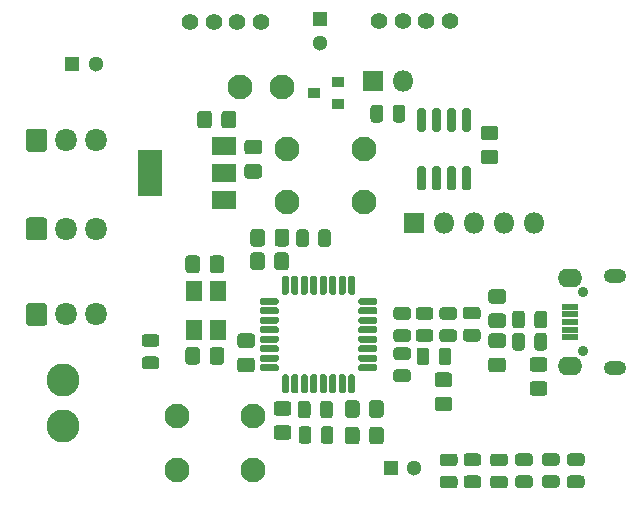
<source format=gbr>
%TF.GenerationSoftware,KiCad,Pcbnew,(5.1.6)-1*%
%TF.CreationDate,2021-06-25T13:52:16+02:00*%
%TF.ProjectId,sensor-v2-board,73656e73-6f72-42d7-9632-2d626f617264,rev?*%
%TF.SameCoordinates,Original*%
%TF.FileFunction,Soldermask,Top*%
%TF.FilePolarity,Negative*%
%FSLAX46Y46*%
G04 Gerber Fmt 4.6, Leading zero omitted, Abs format (unit mm)*
G04 Created by KiCad (PCBNEW (5.1.6)-1) date 2021-06-25 13:52:16*
%MOMM*%
%LPD*%
G01*
G04 APERTURE LIST*
%ADD10R,1.400000X0.550000*%
%ADD11O,2.100000X1.550000*%
%ADD12O,1.900000X1.250000*%
%ADD13O,0.900000X0.900000*%
%ADD14C,2.800000*%
%ADD15R,2.100000X3.900000*%
%ADD16R,2.100000X1.600000*%
%ADD17R,1.000000X0.900000*%
%ADD18O,1.800000X1.950000*%
%ADD19C,1.408000*%
%ADD20R,1.800000X1.800000*%
%ADD21O,1.800000X1.800000*%
%ADD22C,2.100000*%
%ADD23C,1.300000*%
%ADD24R,1.300000X1.300000*%
%ADD25R,1.400000X1.700000*%
G04 APERTURE END LIST*
D10*
%TO.C,J8*%
X160375000Y-128175000D03*
X160375000Y-127525000D03*
X160375000Y-126875000D03*
X160375000Y-126225000D03*
X160375000Y-125575000D03*
D11*
X160425000Y-130600000D03*
X160425000Y-123150000D03*
D12*
X164225000Y-130750000D03*
X164225000Y-123000000D03*
D13*
X161475000Y-129375000D03*
X161475000Y-124375000D03*
%TD*%
D14*
%TO.C,J4*%
X117500000Y-131770000D03*
X117500000Y-135730000D03*
%TD*%
%TO.C,R13*%
G36*
G01*
X145718750Y-130900000D02*
X146681250Y-130900000D01*
G75*
G02*
X146950000Y-131168750I0J-268750D01*
G01*
X146950000Y-131706250D01*
G75*
G02*
X146681250Y-131975000I-268750J0D01*
G01*
X145718750Y-131975000D01*
G75*
G02*
X145450000Y-131706250I0J268750D01*
G01*
X145450000Y-131168750D01*
G75*
G02*
X145718750Y-130900000I268750J0D01*
G01*
G37*
G36*
G01*
X145718750Y-129025000D02*
X146681250Y-129025000D01*
G75*
G02*
X146950000Y-129293750I0J-268750D01*
G01*
X146950000Y-129831250D01*
G75*
G02*
X146681250Y-130100000I-268750J0D01*
G01*
X145718750Y-130100000D01*
G75*
G02*
X145450000Y-129831250I0J268750D01*
G01*
X145450000Y-129293750D01*
G75*
G02*
X145718750Y-129025000I268750J0D01*
G01*
G37*
%TD*%
%TO.C,R12*%
G36*
G01*
X146681250Y-126700000D02*
X145718750Y-126700000D01*
G75*
G02*
X145450000Y-126431250I0J268750D01*
G01*
X145450000Y-125893750D01*
G75*
G02*
X145718750Y-125625000I268750J0D01*
G01*
X146681250Y-125625000D01*
G75*
G02*
X146950000Y-125893750I0J-268750D01*
G01*
X146950000Y-126431250D01*
G75*
G02*
X146681250Y-126700000I-268750J0D01*
G01*
G37*
G36*
G01*
X146681250Y-128575000D02*
X145718750Y-128575000D01*
G75*
G02*
X145450000Y-128306250I0J268750D01*
G01*
X145450000Y-127768750D01*
G75*
G02*
X145718750Y-127500000I268750J0D01*
G01*
X146681250Y-127500000D01*
G75*
G02*
X146950000Y-127768750I0J-268750D01*
G01*
X146950000Y-128306250D01*
G75*
G02*
X146681250Y-128575000I-268750J0D01*
G01*
G37*
%TD*%
%TO.C,R10*%
G36*
G01*
X155525000Y-127156250D02*
X155525000Y-126193750D01*
G75*
G02*
X155793750Y-125925000I268750J0D01*
G01*
X156331250Y-125925000D01*
G75*
G02*
X156600000Y-126193750I0J-268750D01*
G01*
X156600000Y-127156250D01*
G75*
G02*
X156331250Y-127425000I-268750J0D01*
G01*
X155793750Y-127425000D01*
G75*
G02*
X155525000Y-127156250I0J268750D01*
G01*
G37*
G36*
G01*
X157400000Y-127156250D02*
X157400000Y-126193750D01*
G75*
G02*
X157668750Y-125925000I268750J0D01*
G01*
X158206250Y-125925000D01*
G75*
G02*
X158475000Y-126193750I0J-268750D01*
G01*
X158475000Y-127156250D01*
G75*
G02*
X158206250Y-127425000I-268750J0D01*
G01*
X157668750Y-127425000D01*
G75*
G02*
X157400000Y-127156250I0J268750D01*
G01*
G37*
%TD*%
D15*
%TO.C,U1*%
X124850000Y-114250000D03*
D16*
X131150000Y-114250000D03*
X131150000Y-111950000D03*
X131150000Y-116550000D03*
%TD*%
%TO.C,C1*%
G36*
G01*
X130100000Y-109271738D02*
X130100000Y-110228262D01*
G75*
G02*
X129828262Y-110500000I-271738J0D01*
G01*
X129121738Y-110500000D01*
G75*
G02*
X128850000Y-110228262I0J271738D01*
G01*
X128850000Y-109271738D01*
G75*
G02*
X129121738Y-109000000I271738J0D01*
G01*
X129828262Y-109000000D01*
G75*
G02*
X130100000Y-109271738I0J-271738D01*
G01*
G37*
G36*
G01*
X132150000Y-109271738D02*
X132150000Y-110228262D01*
G75*
G02*
X131878262Y-110500000I-271738J0D01*
G01*
X131171738Y-110500000D01*
G75*
G02*
X130900000Y-110228262I0J271738D01*
G01*
X130900000Y-109271738D01*
G75*
G02*
X131171738Y-109000000I271738J0D01*
G01*
X131878262Y-109000000D01*
G75*
G02*
X132150000Y-109271738I0J-271738D01*
G01*
G37*
%TD*%
%TO.C,C4*%
G36*
G01*
X134078262Y-112700000D02*
X133121738Y-112700000D01*
G75*
G02*
X132850000Y-112428262I0J271738D01*
G01*
X132850000Y-111721738D01*
G75*
G02*
X133121738Y-111450000I271738J0D01*
G01*
X134078262Y-111450000D01*
G75*
G02*
X134350000Y-111721738I0J-271738D01*
G01*
X134350000Y-112428262D01*
G75*
G02*
X134078262Y-112700000I-271738J0D01*
G01*
G37*
G36*
G01*
X134078262Y-114750000D02*
X133121738Y-114750000D01*
G75*
G02*
X132850000Y-114478262I0J271738D01*
G01*
X132850000Y-113771738D01*
G75*
G02*
X133121738Y-113500000I271738J0D01*
G01*
X134078262Y-113500000D01*
G75*
G02*
X134350000Y-113771738I0J-271738D01*
G01*
X134350000Y-114478262D01*
G75*
G02*
X134078262Y-114750000I-271738J0D01*
G01*
G37*
%TD*%
%TO.C,C6*%
G36*
G01*
X127850000Y-122478262D02*
X127850000Y-121521738D01*
G75*
G02*
X128121738Y-121250000I271738J0D01*
G01*
X128828262Y-121250000D01*
G75*
G02*
X129100000Y-121521738I0J-271738D01*
G01*
X129100000Y-122478262D01*
G75*
G02*
X128828262Y-122750000I-271738J0D01*
G01*
X128121738Y-122750000D01*
G75*
G02*
X127850000Y-122478262I0J271738D01*
G01*
G37*
G36*
G01*
X129900000Y-122478262D02*
X129900000Y-121521738D01*
G75*
G02*
X130171738Y-121250000I271738J0D01*
G01*
X130878262Y-121250000D01*
G75*
G02*
X131150000Y-121521738I0J-271738D01*
G01*
X131150000Y-122478262D01*
G75*
G02*
X130878262Y-122750000I-271738J0D01*
G01*
X130171738Y-122750000D01*
G75*
G02*
X129900000Y-122478262I0J271738D01*
G01*
G37*
%TD*%
%TO.C,C7*%
G36*
G01*
X129100000Y-129271738D02*
X129100000Y-130228262D01*
G75*
G02*
X128828262Y-130500000I-271738J0D01*
G01*
X128121738Y-130500000D01*
G75*
G02*
X127850000Y-130228262I0J271738D01*
G01*
X127850000Y-129271738D01*
G75*
G02*
X128121738Y-129000000I271738J0D01*
G01*
X128828262Y-129000000D01*
G75*
G02*
X129100000Y-129271738I0J-271738D01*
G01*
G37*
G36*
G01*
X131150000Y-129271738D02*
X131150000Y-130228262D01*
G75*
G02*
X130878262Y-130500000I-271738J0D01*
G01*
X130171738Y-130500000D01*
G75*
G02*
X129900000Y-130228262I0J271738D01*
G01*
X129900000Y-129271738D01*
G75*
G02*
X130171738Y-129000000I271738J0D01*
G01*
X130878262Y-129000000D01*
G75*
G02*
X131150000Y-129271738I0J-271738D01*
G01*
G37*
%TD*%
%TO.C,C8*%
G36*
G01*
X136553262Y-134825000D02*
X135596738Y-134825000D01*
G75*
G02*
X135325000Y-134553262I0J271738D01*
G01*
X135325000Y-133846738D01*
G75*
G02*
X135596738Y-133575000I271738J0D01*
G01*
X136553262Y-133575000D01*
G75*
G02*
X136825000Y-133846738I0J-271738D01*
G01*
X136825000Y-134553262D01*
G75*
G02*
X136553262Y-134825000I-271738J0D01*
G01*
G37*
G36*
G01*
X136553262Y-136875000D02*
X135596738Y-136875000D01*
G75*
G02*
X135325000Y-136603262I0J271738D01*
G01*
X135325000Y-135896738D01*
G75*
G02*
X135596738Y-135625000I271738J0D01*
G01*
X136553262Y-135625000D01*
G75*
G02*
X136825000Y-135896738I0J-271738D01*
G01*
X136825000Y-136603262D01*
G75*
G02*
X136553262Y-136875000I-271738J0D01*
G01*
G37*
%TD*%
%TO.C,C9*%
G36*
G01*
X154078262Y-113550000D02*
X153121738Y-113550000D01*
G75*
G02*
X152850000Y-113278262I0J271738D01*
G01*
X152850000Y-112571738D01*
G75*
G02*
X153121738Y-112300000I271738J0D01*
G01*
X154078262Y-112300000D01*
G75*
G02*
X154350000Y-112571738I0J-271738D01*
G01*
X154350000Y-113278262D01*
G75*
G02*
X154078262Y-113550000I-271738J0D01*
G01*
G37*
G36*
G01*
X154078262Y-111500000D02*
X153121738Y-111500000D01*
G75*
G02*
X152850000Y-111228262I0J271738D01*
G01*
X152850000Y-110521738D01*
G75*
G02*
X153121738Y-110250000I271738J0D01*
G01*
X154078262Y-110250000D01*
G75*
G02*
X154350000Y-110521738I0J-271738D01*
G01*
X154350000Y-111228262D01*
G75*
G02*
X154078262Y-111500000I-271738J0D01*
G01*
G37*
%TD*%
%TO.C,C10*%
G36*
G01*
X133325000Y-122228262D02*
X133325000Y-121271738D01*
G75*
G02*
X133596738Y-121000000I271738J0D01*
G01*
X134303262Y-121000000D01*
G75*
G02*
X134575000Y-121271738I0J-271738D01*
G01*
X134575000Y-122228262D01*
G75*
G02*
X134303262Y-122500000I-271738J0D01*
G01*
X133596738Y-122500000D01*
G75*
G02*
X133325000Y-122228262I0J271738D01*
G01*
G37*
G36*
G01*
X135375000Y-122228262D02*
X135375000Y-121271738D01*
G75*
G02*
X135646738Y-121000000I271738J0D01*
G01*
X136353262Y-121000000D01*
G75*
G02*
X136625000Y-121271738I0J-271738D01*
G01*
X136625000Y-122228262D01*
G75*
G02*
X136353262Y-122500000I-271738J0D01*
G01*
X135646738Y-122500000D01*
G75*
G02*
X135375000Y-122228262I0J271738D01*
G01*
G37*
%TD*%
%TO.C,C11*%
G36*
G01*
X142600000Y-133771738D02*
X142600000Y-134728262D01*
G75*
G02*
X142328262Y-135000000I-271738J0D01*
G01*
X141621738Y-135000000D01*
G75*
G02*
X141350000Y-134728262I0J271738D01*
G01*
X141350000Y-133771738D01*
G75*
G02*
X141621738Y-133500000I271738J0D01*
G01*
X142328262Y-133500000D01*
G75*
G02*
X142600000Y-133771738I0J-271738D01*
G01*
G37*
G36*
G01*
X144650000Y-133771738D02*
X144650000Y-134728262D01*
G75*
G02*
X144378262Y-135000000I-271738J0D01*
G01*
X143671738Y-135000000D01*
G75*
G02*
X143400000Y-134728262I0J271738D01*
G01*
X143400000Y-133771738D01*
G75*
G02*
X143671738Y-133500000I271738J0D01*
G01*
X144378262Y-133500000D01*
G75*
G02*
X144650000Y-133771738I0J-271738D01*
G01*
G37*
%TD*%
%TO.C,C12*%
G36*
G01*
X133350000Y-120228262D02*
X133350000Y-119271738D01*
G75*
G02*
X133621738Y-119000000I271738J0D01*
G01*
X134328262Y-119000000D01*
G75*
G02*
X134600000Y-119271738I0J-271738D01*
G01*
X134600000Y-120228262D01*
G75*
G02*
X134328262Y-120500000I-271738J0D01*
G01*
X133621738Y-120500000D01*
G75*
G02*
X133350000Y-120228262I0J271738D01*
G01*
G37*
G36*
G01*
X135400000Y-120228262D02*
X135400000Y-119271738D01*
G75*
G02*
X135671738Y-119000000I271738J0D01*
G01*
X136378262Y-119000000D01*
G75*
G02*
X136650000Y-119271738I0J-271738D01*
G01*
X136650000Y-120228262D01*
G75*
G02*
X136378262Y-120500000I-271738J0D01*
G01*
X135671738Y-120500000D01*
G75*
G02*
X135400000Y-120228262I0J271738D01*
G01*
G37*
%TD*%
%TO.C,C13*%
G36*
G01*
X132521738Y-129900000D02*
X133478262Y-129900000D01*
G75*
G02*
X133750000Y-130171738I0J-271738D01*
G01*
X133750000Y-130878262D01*
G75*
G02*
X133478262Y-131150000I-271738J0D01*
G01*
X132521738Y-131150000D01*
G75*
G02*
X132250000Y-130878262I0J271738D01*
G01*
X132250000Y-130171738D01*
G75*
G02*
X132521738Y-129900000I271738J0D01*
G01*
G37*
G36*
G01*
X132521738Y-127850000D02*
X133478262Y-127850000D01*
G75*
G02*
X133750000Y-128121738I0J-271738D01*
G01*
X133750000Y-128828262D01*
G75*
G02*
X133478262Y-129100000I-271738J0D01*
G01*
X132521738Y-129100000D01*
G75*
G02*
X132250000Y-128828262I0J271738D01*
G01*
X132250000Y-128121738D01*
G75*
G02*
X132521738Y-127850000I271738J0D01*
G01*
G37*
%TD*%
%TO.C,C14*%
G36*
G01*
X144650000Y-136021738D02*
X144650000Y-136978262D01*
G75*
G02*
X144378262Y-137250000I-271738J0D01*
G01*
X143671738Y-137250000D01*
G75*
G02*
X143400000Y-136978262I0J271738D01*
G01*
X143400000Y-136021738D01*
G75*
G02*
X143671738Y-135750000I271738J0D01*
G01*
X144378262Y-135750000D01*
G75*
G02*
X144650000Y-136021738I0J-271738D01*
G01*
G37*
G36*
G01*
X142600000Y-136021738D02*
X142600000Y-136978262D01*
G75*
G02*
X142328262Y-137250000I-271738J0D01*
G01*
X141621738Y-137250000D01*
G75*
G02*
X141350000Y-136978262I0J271738D01*
G01*
X141350000Y-136021738D01*
G75*
G02*
X141621738Y-135750000I271738J0D01*
G01*
X142328262Y-135750000D01*
G75*
G02*
X142600000Y-136021738I0J-271738D01*
G01*
G37*
%TD*%
%TO.C,C15*%
G36*
G01*
X157271738Y-131900000D02*
X158228262Y-131900000D01*
G75*
G02*
X158500000Y-132171738I0J-271738D01*
G01*
X158500000Y-132878262D01*
G75*
G02*
X158228262Y-133150000I-271738J0D01*
G01*
X157271738Y-133150000D01*
G75*
G02*
X157000000Y-132878262I0J271738D01*
G01*
X157000000Y-132171738D01*
G75*
G02*
X157271738Y-131900000I271738J0D01*
G01*
G37*
G36*
G01*
X157271738Y-129850000D02*
X158228262Y-129850000D01*
G75*
G02*
X158500000Y-130121738I0J-271738D01*
G01*
X158500000Y-130828262D01*
G75*
G02*
X158228262Y-131100000I-271738J0D01*
G01*
X157271738Y-131100000D01*
G75*
G02*
X157000000Y-130828262I0J271738D01*
G01*
X157000000Y-130121738D01*
G75*
G02*
X157271738Y-129850000I271738J0D01*
G01*
G37*
%TD*%
%TO.C,C16*%
G36*
G01*
X149221738Y-131150000D02*
X150178262Y-131150000D01*
G75*
G02*
X150450000Y-131421738I0J-271738D01*
G01*
X150450000Y-132128262D01*
G75*
G02*
X150178262Y-132400000I-271738J0D01*
G01*
X149221738Y-132400000D01*
G75*
G02*
X148950000Y-132128262I0J271738D01*
G01*
X148950000Y-131421738D01*
G75*
G02*
X149221738Y-131150000I271738J0D01*
G01*
G37*
G36*
G01*
X149221738Y-133200000D02*
X150178262Y-133200000D01*
G75*
G02*
X150450000Y-133471738I0J-271738D01*
G01*
X150450000Y-134178262D01*
G75*
G02*
X150178262Y-134450000I-271738J0D01*
G01*
X149221738Y-134450000D01*
G75*
G02*
X148950000Y-134178262I0J271738D01*
G01*
X148950000Y-133471738D01*
G75*
G02*
X149221738Y-133200000I271738J0D01*
G01*
G37*
%TD*%
%TO.C,C17*%
G36*
G01*
X153771738Y-129900000D02*
X154728262Y-129900000D01*
G75*
G02*
X155000000Y-130171738I0J-271738D01*
G01*
X155000000Y-130878262D01*
G75*
G02*
X154728262Y-131150000I-271738J0D01*
G01*
X153771738Y-131150000D01*
G75*
G02*
X153500000Y-130878262I0J271738D01*
G01*
X153500000Y-130171738D01*
G75*
G02*
X153771738Y-129900000I271738J0D01*
G01*
G37*
G36*
G01*
X153771738Y-127850000D02*
X154728262Y-127850000D01*
G75*
G02*
X155000000Y-128121738I0J-271738D01*
G01*
X155000000Y-128828262D01*
G75*
G02*
X154728262Y-129100000I-271738J0D01*
G01*
X153771738Y-129100000D01*
G75*
G02*
X153500000Y-128828262I0J271738D01*
G01*
X153500000Y-128121738D01*
G75*
G02*
X153771738Y-127850000I271738J0D01*
G01*
G37*
%TD*%
%TO.C,C18*%
G36*
G01*
X154728262Y-127400000D02*
X153771738Y-127400000D01*
G75*
G02*
X153500000Y-127128262I0J271738D01*
G01*
X153500000Y-126421738D01*
G75*
G02*
X153771738Y-126150000I271738J0D01*
G01*
X154728262Y-126150000D01*
G75*
G02*
X155000000Y-126421738I0J-271738D01*
G01*
X155000000Y-127128262D01*
G75*
G02*
X154728262Y-127400000I-271738J0D01*
G01*
G37*
G36*
G01*
X154728262Y-125350000D02*
X153771738Y-125350000D01*
G75*
G02*
X153500000Y-125078262I0J271738D01*
G01*
X153500000Y-124371738D01*
G75*
G02*
X153771738Y-124100000I271738J0D01*
G01*
X154728262Y-124100000D01*
G75*
G02*
X155000000Y-124371738I0J-271738D01*
G01*
X155000000Y-125078262D01*
G75*
G02*
X154728262Y-125350000I-271738J0D01*
G01*
G37*
%TD*%
%TO.C,5VP*%
G36*
G01*
X149668750Y-138025000D02*
X150631250Y-138025000D01*
G75*
G02*
X150900000Y-138293750I0J-268750D01*
G01*
X150900000Y-138831250D01*
G75*
G02*
X150631250Y-139100000I-268750J0D01*
G01*
X149668750Y-139100000D01*
G75*
G02*
X149400000Y-138831250I0J268750D01*
G01*
X149400000Y-138293750D01*
G75*
G02*
X149668750Y-138025000I268750J0D01*
G01*
G37*
G36*
G01*
X149668750Y-139900000D02*
X150631250Y-139900000D01*
G75*
G02*
X150900000Y-140168750I0J-268750D01*
G01*
X150900000Y-140706250D01*
G75*
G02*
X150631250Y-140975000I-268750J0D01*
G01*
X149668750Y-140975000D01*
G75*
G02*
X149400000Y-140706250I0J268750D01*
G01*
X149400000Y-140168750D01*
G75*
G02*
X149668750Y-139900000I268750J0D01*
G01*
G37*
%TD*%
%TO.C,5V*%
G36*
G01*
X153918750Y-139900000D02*
X154881250Y-139900000D01*
G75*
G02*
X155150000Y-140168750I0J-268750D01*
G01*
X155150000Y-140706250D01*
G75*
G02*
X154881250Y-140975000I-268750J0D01*
G01*
X153918750Y-140975000D01*
G75*
G02*
X153650000Y-140706250I0J268750D01*
G01*
X153650000Y-140168750D01*
G75*
G02*
X153918750Y-139900000I268750J0D01*
G01*
G37*
G36*
G01*
X153918750Y-138025000D02*
X154881250Y-138025000D01*
G75*
G02*
X155150000Y-138293750I0J-268750D01*
G01*
X155150000Y-138831250D01*
G75*
G02*
X154881250Y-139100000I-268750J0D01*
G01*
X153918750Y-139100000D01*
G75*
G02*
X153650000Y-138831250I0J268750D01*
G01*
X153650000Y-138293750D01*
G75*
G02*
X153918750Y-138025000I268750J0D01*
G01*
G37*
%TD*%
%TO.C,3V3*%
G36*
G01*
X159261251Y-140935000D02*
X158298751Y-140935000D01*
G75*
G02*
X158030001Y-140666250I0J268750D01*
G01*
X158030001Y-140128750D01*
G75*
G02*
X158298751Y-139860000I268750J0D01*
G01*
X159261251Y-139860000D01*
G75*
G02*
X159530001Y-140128750I0J-268750D01*
G01*
X159530001Y-140666250D01*
G75*
G02*
X159261251Y-140935000I-268750J0D01*
G01*
G37*
G36*
G01*
X159261251Y-139060000D02*
X158298751Y-139060000D01*
G75*
G02*
X158030001Y-138791250I0J268750D01*
G01*
X158030001Y-138253750D01*
G75*
G02*
X158298751Y-137985000I268750J0D01*
G01*
X159261251Y-137985000D01*
G75*
G02*
X159530001Y-138253750I0J-268750D01*
G01*
X159530001Y-138791250D01*
G75*
G02*
X159261251Y-139060000I-268750J0D01*
G01*
G37*
%TD*%
%TO.C,TEST*%
G36*
G01*
X139250000Y-134781250D02*
X139250000Y-133818750D01*
G75*
G02*
X139518750Y-133550000I268750J0D01*
G01*
X140056250Y-133550000D01*
G75*
G02*
X140325000Y-133818750I0J-268750D01*
G01*
X140325000Y-134781250D01*
G75*
G02*
X140056250Y-135050000I-268750J0D01*
G01*
X139518750Y-135050000D01*
G75*
G02*
X139250000Y-134781250I0J268750D01*
G01*
G37*
G36*
G01*
X137375000Y-134781250D02*
X137375000Y-133818750D01*
G75*
G02*
X137643750Y-133550000I268750J0D01*
G01*
X138181250Y-133550000D01*
G75*
G02*
X138450000Y-133818750I0J-268750D01*
G01*
X138450000Y-134781250D01*
G75*
G02*
X138181250Y-135050000I-268750J0D01*
G01*
X137643750Y-135050000D01*
G75*
G02*
X137375000Y-134781250I0J268750D01*
G01*
G37*
%TD*%
D17*
%TO.C,D5*%
X140750000Y-108450000D03*
X140750000Y-106550000D03*
X138750000Y-107500000D03*
%TD*%
%TO.C,RX*%
G36*
G01*
X148581250Y-128575000D02*
X147618750Y-128575000D01*
G75*
G02*
X147350000Y-128306250I0J268750D01*
G01*
X147350000Y-127768750D01*
G75*
G02*
X147618750Y-127500000I268750J0D01*
G01*
X148581250Y-127500000D01*
G75*
G02*
X148850000Y-127768750I0J-268750D01*
G01*
X148850000Y-128306250D01*
G75*
G02*
X148581250Y-128575000I-268750J0D01*
G01*
G37*
G36*
G01*
X148581250Y-126700000D02*
X147618750Y-126700000D01*
G75*
G02*
X147350000Y-126431250I0J268750D01*
G01*
X147350000Y-125893750D01*
G75*
G02*
X147618750Y-125625000I268750J0D01*
G01*
X148581250Y-125625000D01*
G75*
G02*
X148850000Y-125893750I0J-268750D01*
G01*
X148850000Y-126431250D01*
G75*
G02*
X148581250Y-126700000I-268750J0D01*
G01*
G37*
%TD*%
%TO.C,TX*%
G36*
G01*
X150581250Y-126700000D02*
X149618750Y-126700000D01*
G75*
G02*
X149350000Y-126431250I0J268750D01*
G01*
X149350000Y-125893750D01*
G75*
G02*
X149618750Y-125625000I268750J0D01*
G01*
X150581250Y-125625000D01*
G75*
G02*
X150850000Y-125893750I0J-268750D01*
G01*
X150850000Y-126431250D01*
G75*
G02*
X150581250Y-126700000I-268750J0D01*
G01*
G37*
G36*
G01*
X150581250Y-128575000D02*
X149618750Y-128575000D01*
G75*
G02*
X149350000Y-128306250I0J268750D01*
G01*
X149350000Y-127768750D01*
G75*
G02*
X149618750Y-127500000I268750J0D01*
G01*
X150581250Y-127500000D01*
G75*
G02*
X150850000Y-127768750I0J-268750D01*
G01*
X150850000Y-128306250D01*
G75*
G02*
X150581250Y-128575000I-268750J0D01*
G01*
G37*
%TD*%
%TO.C,J1*%
G36*
G01*
X114350000Y-119710294D02*
X114350000Y-118289706D01*
G75*
G02*
X114614706Y-118025000I264706J0D01*
G01*
X115885294Y-118025000D01*
G75*
G02*
X116150000Y-118289706I0J-264706D01*
G01*
X116150000Y-119710294D01*
G75*
G02*
X115885294Y-119975000I-264706J0D01*
G01*
X114614706Y-119975000D01*
G75*
G02*
X114350000Y-119710294I0J264706D01*
G01*
G37*
D18*
X117750000Y-119000000D03*
X120250000Y-119000000D03*
%TD*%
%TO.C,J2*%
G36*
G01*
X114350000Y-112210294D02*
X114350000Y-110789706D01*
G75*
G02*
X114614706Y-110525000I264706J0D01*
G01*
X115885294Y-110525000D01*
G75*
G02*
X116150000Y-110789706I0J-264706D01*
G01*
X116150000Y-112210294D01*
G75*
G02*
X115885294Y-112475000I-264706J0D01*
G01*
X114614706Y-112475000D01*
G75*
G02*
X114350000Y-112210294I0J264706D01*
G01*
G37*
X117750000Y-111500000D03*
X120250000Y-111500000D03*
%TD*%
%TO.C,J3*%
X120250000Y-126250000D03*
X117750000Y-126250000D03*
G36*
G01*
X114350000Y-126960294D02*
X114350000Y-125539706D01*
G75*
G02*
X114614706Y-125275000I264706J0D01*
G01*
X115885294Y-125275000D01*
G75*
G02*
X116150000Y-125539706I0J-264706D01*
G01*
X116150000Y-126960294D01*
G75*
G02*
X115885294Y-127225000I-264706J0D01*
G01*
X114614706Y-127225000D01*
G75*
G02*
X114350000Y-126960294I0J264706D01*
G01*
G37*
%TD*%
D19*
%TO.C,J5*%
X128250000Y-101500000D03*
X130250000Y-101500000D03*
X132250000Y-101500000D03*
X134250000Y-101500000D03*
%TD*%
%TO.C,J6*%
X150250000Y-101400000D03*
X148250000Y-101400000D03*
X146250000Y-101400000D03*
X144250000Y-101400000D03*
%TD*%
D20*
%TO.C,SWD*%
X147170000Y-118500000D03*
D21*
X149710000Y-118500000D03*
X152250000Y-118500000D03*
X154790000Y-118500000D03*
X157330000Y-118500000D03*
%TD*%
D20*
%TO.C,120*%
X143750000Y-106500000D03*
D21*
X146290000Y-106500000D03*
%TD*%
%TO.C,R1*%
G36*
G01*
X152631250Y-140955000D02*
X151668750Y-140955000D01*
G75*
G02*
X151400000Y-140686250I0J268750D01*
G01*
X151400000Y-140148750D01*
G75*
G02*
X151668750Y-139880000I268750J0D01*
G01*
X152631250Y-139880000D01*
G75*
G02*
X152900000Y-140148750I0J-268750D01*
G01*
X152900000Y-140686250D01*
G75*
G02*
X152631250Y-140955000I-268750J0D01*
G01*
G37*
G36*
G01*
X152631250Y-139080000D02*
X151668750Y-139080000D01*
G75*
G02*
X151400000Y-138811250I0J268750D01*
G01*
X151400000Y-138273750D01*
G75*
G02*
X151668750Y-138005000I268750J0D01*
G01*
X152631250Y-138005000D01*
G75*
G02*
X152900000Y-138273750I0J-268750D01*
G01*
X152900000Y-138811250D01*
G75*
G02*
X152631250Y-139080000I-268750J0D01*
G01*
G37*
%TD*%
%TO.C,R2*%
G36*
G01*
X156996251Y-139080000D02*
X156033751Y-139080000D01*
G75*
G02*
X155765001Y-138811250I0J268750D01*
G01*
X155765001Y-138273750D01*
G75*
G02*
X156033751Y-138005000I268750J0D01*
G01*
X156996251Y-138005000D01*
G75*
G02*
X157265001Y-138273750I0J-268750D01*
G01*
X157265001Y-138811250D01*
G75*
G02*
X156996251Y-139080000I-268750J0D01*
G01*
G37*
G36*
G01*
X156996251Y-140955000D02*
X156033751Y-140955000D01*
G75*
G02*
X155765001Y-140686250I0J268750D01*
G01*
X155765001Y-140148750D01*
G75*
G02*
X156033751Y-139880000I268750J0D01*
G01*
X156996251Y-139880000D01*
G75*
G02*
X157265001Y-140148750I0J-268750D01*
G01*
X157265001Y-140686250D01*
G75*
G02*
X156996251Y-140955000I-268750J0D01*
G01*
G37*
%TD*%
%TO.C,R3*%
G36*
G01*
X160418750Y-138005000D02*
X161381250Y-138005000D01*
G75*
G02*
X161650000Y-138273750I0J-268750D01*
G01*
X161650000Y-138811250D01*
G75*
G02*
X161381250Y-139080000I-268750J0D01*
G01*
X160418750Y-139080000D01*
G75*
G02*
X160150000Y-138811250I0J268750D01*
G01*
X160150000Y-138273750D01*
G75*
G02*
X160418750Y-138005000I268750J0D01*
G01*
G37*
G36*
G01*
X160418750Y-139880000D02*
X161381250Y-139880000D01*
G75*
G02*
X161650000Y-140148750I0J-268750D01*
G01*
X161650000Y-140686250D01*
G75*
G02*
X161381250Y-140955000I-268750J0D01*
G01*
X160418750Y-140955000D01*
G75*
G02*
X160150000Y-140686250I0J268750D01*
G01*
X160150000Y-140148750D01*
G75*
G02*
X160418750Y-139880000I268750J0D01*
G01*
G37*
%TD*%
%TO.C,R4*%
G36*
G01*
X138300000Y-119318750D02*
X138300000Y-120281250D01*
G75*
G02*
X138031250Y-120550000I-268750J0D01*
G01*
X137493750Y-120550000D01*
G75*
G02*
X137225000Y-120281250I0J268750D01*
G01*
X137225000Y-119318750D01*
G75*
G02*
X137493750Y-119050000I268750J0D01*
G01*
X138031250Y-119050000D01*
G75*
G02*
X138300000Y-119318750I0J-268750D01*
G01*
G37*
G36*
G01*
X140175000Y-119318750D02*
X140175000Y-120281250D01*
G75*
G02*
X139906250Y-120550000I-268750J0D01*
G01*
X139368750Y-120550000D01*
G75*
G02*
X139100000Y-120281250I0J268750D01*
G01*
X139100000Y-119318750D01*
G75*
G02*
X139368750Y-119050000I268750J0D01*
G01*
X139906250Y-119050000D01*
G75*
G02*
X140175000Y-119318750I0J-268750D01*
G01*
G37*
%TD*%
%TO.C,R5*%
G36*
G01*
X146475000Y-108768750D02*
X146475000Y-109731250D01*
G75*
G02*
X146206250Y-110000000I-268750J0D01*
G01*
X145668750Y-110000000D01*
G75*
G02*
X145400000Y-109731250I0J268750D01*
G01*
X145400000Y-108768750D01*
G75*
G02*
X145668750Y-108500000I268750J0D01*
G01*
X146206250Y-108500000D01*
G75*
G02*
X146475000Y-108768750I0J-268750D01*
G01*
G37*
G36*
G01*
X144600000Y-108768750D02*
X144600000Y-109731250D01*
G75*
G02*
X144331250Y-110000000I-268750J0D01*
G01*
X143793750Y-110000000D01*
G75*
G02*
X143525000Y-109731250I0J268750D01*
G01*
X143525000Y-108768750D01*
G75*
G02*
X143793750Y-108500000I268750J0D01*
G01*
X144331250Y-108500000D01*
G75*
G02*
X144600000Y-108768750I0J-268750D01*
G01*
G37*
%TD*%
%TO.C,R6*%
G36*
G01*
X125381250Y-129000000D02*
X124418750Y-129000000D01*
G75*
G02*
X124150000Y-128731250I0J268750D01*
G01*
X124150000Y-128193750D01*
G75*
G02*
X124418750Y-127925000I268750J0D01*
G01*
X125381250Y-127925000D01*
G75*
G02*
X125650000Y-128193750I0J-268750D01*
G01*
X125650000Y-128731250D01*
G75*
G02*
X125381250Y-129000000I-268750J0D01*
G01*
G37*
G36*
G01*
X125381250Y-130875000D02*
X124418750Y-130875000D01*
G75*
G02*
X124150000Y-130606250I0J268750D01*
G01*
X124150000Y-130068750D01*
G75*
G02*
X124418750Y-129800000I268750J0D01*
G01*
X125381250Y-129800000D01*
G75*
G02*
X125650000Y-130068750I0J-268750D01*
G01*
X125650000Y-130606250D01*
G75*
G02*
X125381250Y-130875000I-268750J0D01*
G01*
G37*
%TD*%
%TO.C,R7*%
G36*
G01*
X137440001Y-136946251D02*
X137440001Y-135983751D01*
G75*
G02*
X137708751Y-135715001I268750J0D01*
G01*
X138246251Y-135715001D01*
G75*
G02*
X138515001Y-135983751I0J-268750D01*
G01*
X138515001Y-136946251D01*
G75*
G02*
X138246251Y-137215001I-268750J0D01*
G01*
X137708751Y-137215001D01*
G75*
G02*
X137440001Y-136946251I0J268750D01*
G01*
G37*
G36*
G01*
X139315001Y-136946251D02*
X139315001Y-135983751D01*
G75*
G02*
X139583751Y-135715001I268750J0D01*
G01*
X140121251Y-135715001D01*
G75*
G02*
X140390001Y-135983751I0J-268750D01*
G01*
X140390001Y-136946251D01*
G75*
G02*
X140121251Y-137215001I-268750J0D01*
G01*
X139583751Y-137215001D01*
G75*
G02*
X139315001Y-136946251I0J268750D01*
G01*
G37*
%TD*%
%TO.C,R8*%
G36*
G01*
X157400000Y-129031250D02*
X157400000Y-128068750D01*
G75*
G02*
X157668750Y-127800000I268750J0D01*
G01*
X158206250Y-127800000D01*
G75*
G02*
X158475000Y-128068750I0J-268750D01*
G01*
X158475000Y-129031250D01*
G75*
G02*
X158206250Y-129300000I-268750J0D01*
G01*
X157668750Y-129300000D01*
G75*
G02*
X157400000Y-129031250I0J268750D01*
G01*
G37*
G36*
G01*
X155525000Y-129031250D02*
X155525000Y-128068750D01*
G75*
G02*
X155793750Y-127800000I268750J0D01*
G01*
X156331250Y-127800000D01*
G75*
G02*
X156600000Y-128068750I0J-268750D01*
G01*
X156600000Y-129031250D01*
G75*
G02*
X156331250Y-129300000I-268750J0D01*
G01*
X155793750Y-129300000D01*
G75*
G02*
X155525000Y-129031250I0J268750D01*
G01*
G37*
%TD*%
%TO.C,R9*%
G36*
G01*
X148500000Y-129318750D02*
X148500000Y-130281250D01*
G75*
G02*
X148231250Y-130550000I-268750J0D01*
G01*
X147693750Y-130550000D01*
G75*
G02*
X147425000Y-130281250I0J268750D01*
G01*
X147425000Y-129318750D01*
G75*
G02*
X147693750Y-129050000I268750J0D01*
G01*
X148231250Y-129050000D01*
G75*
G02*
X148500000Y-129318750I0J-268750D01*
G01*
G37*
G36*
G01*
X150375000Y-129318750D02*
X150375000Y-130281250D01*
G75*
G02*
X150106250Y-130550000I-268750J0D01*
G01*
X149568750Y-130550000D01*
G75*
G02*
X149300000Y-130281250I0J268750D01*
G01*
X149300000Y-129318750D01*
G75*
G02*
X149568750Y-129050000I268750J0D01*
G01*
X150106250Y-129050000D01*
G75*
G02*
X150375000Y-129318750I0J-268750D01*
G01*
G37*
%TD*%
%TO.C,R11*%
G36*
G01*
X152581250Y-128537500D02*
X151618750Y-128537500D01*
G75*
G02*
X151350000Y-128268750I0J268750D01*
G01*
X151350000Y-127731250D01*
G75*
G02*
X151618750Y-127462500I268750J0D01*
G01*
X152581250Y-127462500D01*
G75*
G02*
X152850000Y-127731250I0J-268750D01*
G01*
X152850000Y-128268750D01*
G75*
G02*
X152581250Y-128537500I-268750J0D01*
G01*
G37*
G36*
G01*
X152581250Y-126662500D02*
X151618750Y-126662500D01*
G75*
G02*
X151350000Y-126393750I0J268750D01*
G01*
X151350000Y-125856250D01*
G75*
G02*
X151618750Y-125587500I268750J0D01*
G01*
X152581250Y-125587500D01*
G75*
G02*
X152850000Y-125856250I0J-268750D01*
G01*
X152850000Y-126393750D01*
G75*
G02*
X152581250Y-126662500I-268750J0D01*
G01*
G37*
%TD*%
D22*
%TO.C,RESET*%
X127100000Y-139375000D03*
X127100000Y-134875000D03*
X133600000Y-139375000D03*
X133600000Y-134875000D03*
%TD*%
%TO.C,BOOT*%
X142950000Y-112250000D03*
X142950000Y-116750000D03*
X136450000Y-112250000D03*
X136450000Y-116750000D03*
%TD*%
%TO.C,CANH*%
X132500000Y-107000000D03*
%TD*%
%TO.C,CANL*%
X136000000Y-107000000D03*
%TD*%
%TO.C,U2*%
G36*
G01*
X148020000Y-115750000D02*
X147670000Y-115750000D01*
G75*
G02*
X147495000Y-115575000I0J175000D01*
G01*
X147495000Y-113875000D01*
G75*
G02*
X147670000Y-113700000I175000J0D01*
G01*
X148020000Y-113700000D01*
G75*
G02*
X148195000Y-113875000I0J-175000D01*
G01*
X148195000Y-115575000D01*
G75*
G02*
X148020000Y-115750000I-175000J0D01*
G01*
G37*
G36*
G01*
X149290000Y-115750000D02*
X148940000Y-115750000D01*
G75*
G02*
X148765000Y-115575000I0J175000D01*
G01*
X148765000Y-113875000D01*
G75*
G02*
X148940000Y-113700000I175000J0D01*
G01*
X149290000Y-113700000D01*
G75*
G02*
X149465000Y-113875000I0J-175000D01*
G01*
X149465000Y-115575000D01*
G75*
G02*
X149290000Y-115750000I-175000J0D01*
G01*
G37*
G36*
G01*
X150560000Y-115750000D02*
X150210000Y-115750000D01*
G75*
G02*
X150035000Y-115575000I0J175000D01*
G01*
X150035000Y-113875000D01*
G75*
G02*
X150210000Y-113700000I175000J0D01*
G01*
X150560000Y-113700000D01*
G75*
G02*
X150735000Y-113875000I0J-175000D01*
G01*
X150735000Y-115575000D01*
G75*
G02*
X150560000Y-115750000I-175000J0D01*
G01*
G37*
G36*
G01*
X151830000Y-115750000D02*
X151480000Y-115750000D01*
G75*
G02*
X151305000Y-115575000I0J175000D01*
G01*
X151305000Y-113875000D01*
G75*
G02*
X151480000Y-113700000I175000J0D01*
G01*
X151830000Y-113700000D01*
G75*
G02*
X152005000Y-113875000I0J-175000D01*
G01*
X152005000Y-115575000D01*
G75*
G02*
X151830000Y-115750000I-175000J0D01*
G01*
G37*
G36*
G01*
X151830000Y-110800000D02*
X151480000Y-110800000D01*
G75*
G02*
X151305000Y-110625000I0J175000D01*
G01*
X151305000Y-108925000D01*
G75*
G02*
X151480000Y-108750000I175000J0D01*
G01*
X151830000Y-108750000D01*
G75*
G02*
X152005000Y-108925000I0J-175000D01*
G01*
X152005000Y-110625000D01*
G75*
G02*
X151830000Y-110800000I-175000J0D01*
G01*
G37*
G36*
G01*
X150560000Y-110800000D02*
X150210000Y-110800000D01*
G75*
G02*
X150035000Y-110625000I0J175000D01*
G01*
X150035000Y-108925000D01*
G75*
G02*
X150210000Y-108750000I175000J0D01*
G01*
X150560000Y-108750000D01*
G75*
G02*
X150735000Y-108925000I0J-175000D01*
G01*
X150735000Y-110625000D01*
G75*
G02*
X150560000Y-110800000I-175000J0D01*
G01*
G37*
G36*
G01*
X149290000Y-110800000D02*
X148940000Y-110800000D01*
G75*
G02*
X148765000Y-110625000I0J175000D01*
G01*
X148765000Y-108925000D01*
G75*
G02*
X148940000Y-108750000I175000J0D01*
G01*
X149290000Y-108750000D01*
G75*
G02*
X149465000Y-108925000I0J-175000D01*
G01*
X149465000Y-110625000D01*
G75*
G02*
X149290000Y-110800000I-175000J0D01*
G01*
G37*
G36*
G01*
X148020000Y-110800000D02*
X147670000Y-110800000D01*
G75*
G02*
X147495000Y-110625000I0J175000D01*
G01*
X147495000Y-108925000D01*
G75*
G02*
X147670000Y-108750000I175000J0D01*
G01*
X148020000Y-108750000D01*
G75*
G02*
X148195000Y-108925000I0J-175000D01*
G01*
X148195000Y-110625000D01*
G75*
G02*
X148020000Y-110800000I-175000J0D01*
G01*
G37*
%TD*%
%TO.C,U3*%
G36*
G01*
X134150000Y-125300000D02*
X134150000Y-125000000D01*
G75*
G02*
X134300000Y-124850000I150000J0D01*
G01*
X135600000Y-124850000D01*
G75*
G02*
X135750000Y-125000000I0J-150000D01*
G01*
X135750000Y-125300000D01*
G75*
G02*
X135600000Y-125450000I-150000J0D01*
G01*
X134300000Y-125450000D01*
G75*
G02*
X134150000Y-125300000I0J150000D01*
G01*
G37*
G36*
G01*
X134150000Y-126100000D02*
X134150000Y-125800000D01*
G75*
G02*
X134300000Y-125650000I150000J0D01*
G01*
X135600000Y-125650000D01*
G75*
G02*
X135750000Y-125800000I0J-150000D01*
G01*
X135750000Y-126100000D01*
G75*
G02*
X135600000Y-126250000I-150000J0D01*
G01*
X134300000Y-126250000D01*
G75*
G02*
X134150000Y-126100000I0J150000D01*
G01*
G37*
G36*
G01*
X134150000Y-126900000D02*
X134150000Y-126600000D01*
G75*
G02*
X134300000Y-126450000I150000J0D01*
G01*
X135600000Y-126450000D01*
G75*
G02*
X135750000Y-126600000I0J-150000D01*
G01*
X135750000Y-126900000D01*
G75*
G02*
X135600000Y-127050000I-150000J0D01*
G01*
X134300000Y-127050000D01*
G75*
G02*
X134150000Y-126900000I0J150000D01*
G01*
G37*
G36*
G01*
X134150000Y-127700000D02*
X134150000Y-127400000D01*
G75*
G02*
X134300000Y-127250000I150000J0D01*
G01*
X135600000Y-127250000D01*
G75*
G02*
X135750000Y-127400000I0J-150000D01*
G01*
X135750000Y-127700000D01*
G75*
G02*
X135600000Y-127850000I-150000J0D01*
G01*
X134300000Y-127850000D01*
G75*
G02*
X134150000Y-127700000I0J150000D01*
G01*
G37*
G36*
G01*
X134150000Y-128500000D02*
X134150000Y-128200000D01*
G75*
G02*
X134300000Y-128050000I150000J0D01*
G01*
X135600000Y-128050000D01*
G75*
G02*
X135750000Y-128200000I0J-150000D01*
G01*
X135750000Y-128500000D01*
G75*
G02*
X135600000Y-128650000I-150000J0D01*
G01*
X134300000Y-128650000D01*
G75*
G02*
X134150000Y-128500000I0J150000D01*
G01*
G37*
G36*
G01*
X134150000Y-129300000D02*
X134150000Y-129000000D01*
G75*
G02*
X134300000Y-128850000I150000J0D01*
G01*
X135600000Y-128850000D01*
G75*
G02*
X135750000Y-129000000I0J-150000D01*
G01*
X135750000Y-129300000D01*
G75*
G02*
X135600000Y-129450000I-150000J0D01*
G01*
X134300000Y-129450000D01*
G75*
G02*
X134150000Y-129300000I0J150000D01*
G01*
G37*
G36*
G01*
X134150000Y-130100000D02*
X134150000Y-129800000D01*
G75*
G02*
X134300000Y-129650000I150000J0D01*
G01*
X135600000Y-129650000D01*
G75*
G02*
X135750000Y-129800000I0J-150000D01*
G01*
X135750000Y-130100000D01*
G75*
G02*
X135600000Y-130250000I-150000J0D01*
G01*
X134300000Y-130250000D01*
G75*
G02*
X134150000Y-130100000I0J150000D01*
G01*
G37*
G36*
G01*
X134150000Y-130900000D02*
X134150000Y-130600000D01*
G75*
G02*
X134300000Y-130450000I150000J0D01*
G01*
X135600000Y-130450000D01*
G75*
G02*
X135750000Y-130600000I0J-150000D01*
G01*
X135750000Y-130900000D01*
G75*
G02*
X135600000Y-131050000I-150000J0D01*
G01*
X134300000Y-131050000D01*
G75*
G02*
X134150000Y-130900000I0J150000D01*
G01*
G37*
G36*
G01*
X136025000Y-132775000D02*
X136025000Y-131475000D01*
G75*
G02*
X136175000Y-131325000I150000J0D01*
G01*
X136475000Y-131325000D01*
G75*
G02*
X136625000Y-131475000I0J-150000D01*
G01*
X136625000Y-132775000D01*
G75*
G02*
X136475000Y-132925000I-150000J0D01*
G01*
X136175000Y-132925000D01*
G75*
G02*
X136025000Y-132775000I0J150000D01*
G01*
G37*
G36*
G01*
X136825000Y-132775000D02*
X136825000Y-131475000D01*
G75*
G02*
X136975000Y-131325000I150000J0D01*
G01*
X137275000Y-131325000D01*
G75*
G02*
X137425000Y-131475000I0J-150000D01*
G01*
X137425000Y-132775000D01*
G75*
G02*
X137275000Y-132925000I-150000J0D01*
G01*
X136975000Y-132925000D01*
G75*
G02*
X136825000Y-132775000I0J150000D01*
G01*
G37*
G36*
G01*
X137625000Y-132775000D02*
X137625000Y-131475000D01*
G75*
G02*
X137775000Y-131325000I150000J0D01*
G01*
X138075000Y-131325000D01*
G75*
G02*
X138225000Y-131475000I0J-150000D01*
G01*
X138225000Y-132775000D01*
G75*
G02*
X138075000Y-132925000I-150000J0D01*
G01*
X137775000Y-132925000D01*
G75*
G02*
X137625000Y-132775000I0J150000D01*
G01*
G37*
G36*
G01*
X138425000Y-132775000D02*
X138425000Y-131475000D01*
G75*
G02*
X138575000Y-131325000I150000J0D01*
G01*
X138875000Y-131325000D01*
G75*
G02*
X139025000Y-131475000I0J-150000D01*
G01*
X139025000Y-132775000D01*
G75*
G02*
X138875000Y-132925000I-150000J0D01*
G01*
X138575000Y-132925000D01*
G75*
G02*
X138425000Y-132775000I0J150000D01*
G01*
G37*
G36*
G01*
X139225000Y-132775000D02*
X139225000Y-131475000D01*
G75*
G02*
X139375000Y-131325000I150000J0D01*
G01*
X139675000Y-131325000D01*
G75*
G02*
X139825000Y-131475000I0J-150000D01*
G01*
X139825000Y-132775000D01*
G75*
G02*
X139675000Y-132925000I-150000J0D01*
G01*
X139375000Y-132925000D01*
G75*
G02*
X139225000Y-132775000I0J150000D01*
G01*
G37*
G36*
G01*
X140025000Y-132775000D02*
X140025000Y-131475000D01*
G75*
G02*
X140175000Y-131325000I150000J0D01*
G01*
X140475000Y-131325000D01*
G75*
G02*
X140625000Y-131475000I0J-150000D01*
G01*
X140625000Y-132775000D01*
G75*
G02*
X140475000Y-132925000I-150000J0D01*
G01*
X140175000Y-132925000D01*
G75*
G02*
X140025000Y-132775000I0J150000D01*
G01*
G37*
G36*
G01*
X140825000Y-132775000D02*
X140825000Y-131475000D01*
G75*
G02*
X140975000Y-131325000I150000J0D01*
G01*
X141275000Y-131325000D01*
G75*
G02*
X141425000Y-131475000I0J-150000D01*
G01*
X141425000Y-132775000D01*
G75*
G02*
X141275000Y-132925000I-150000J0D01*
G01*
X140975000Y-132925000D01*
G75*
G02*
X140825000Y-132775000I0J150000D01*
G01*
G37*
G36*
G01*
X141625000Y-132775000D02*
X141625000Y-131475000D01*
G75*
G02*
X141775000Y-131325000I150000J0D01*
G01*
X142075000Y-131325000D01*
G75*
G02*
X142225000Y-131475000I0J-150000D01*
G01*
X142225000Y-132775000D01*
G75*
G02*
X142075000Y-132925000I-150000J0D01*
G01*
X141775000Y-132925000D01*
G75*
G02*
X141625000Y-132775000I0J150000D01*
G01*
G37*
G36*
G01*
X142500000Y-130900000D02*
X142500000Y-130600000D01*
G75*
G02*
X142650000Y-130450000I150000J0D01*
G01*
X143950000Y-130450000D01*
G75*
G02*
X144100000Y-130600000I0J-150000D01*
G01*
X144100000Y-130900000D01*
G75*
G02*
X143950000Y-131050000I-150000J0D01*
G01*
X142650000Y-131050000D01*
G75*
G02*
X142500000Y-130900000I0J150000D01*
G01*
G37*
G36*
G01*
X142500000Y-130100000D02*
X142500000Y-129800000D01*
G75*
G02*
X142650000Y-129650000I150000J0D01*
G01*
X143950000Y-129650000D01*
G75*
G02*
X144100000Y-129800000I0J-150000D01*
G01*
X144100000Y-130100000D01*
G75*
G02*
X143950000Y-130250000I-150000J0D01*
G01*
X142650000Y-130250000D01*
G75*
G02*
X142500000Y-130100000I0J150000D01*
G01*
G37*
G36*
G01*
X142500000Y-129300000D02*
X142500000Y-129000000D01*
G75*
G02*
X142650000Y-128850000I150000J0D01*
G01*
X143950000Y-128850000D01*
G75*
G02*
X144100000Y-129000000I0J-150000D01*
G01*
X144100000Y-129300000D01*
G75*
G02*
X143950000Y-129450000I-150000J0D01*
G01*
X142650000Y-129450000D01*
G75*
G02*
X142500000Y-129300000I0J150000D01*
G01*
G37*
G36*
G01*
X142500000Y-128500000D02*
X142500000Y-128200000D01*
G75*
G02*
X142650000Y-128050000I150000J0D01*
G01*
X143950000Y-128050000D01*
G75*
G02*
X144100000Y-128200000I0J-150000D01*
G01*
X144100000Y-128500000D01*
G75*
G02*
X143950000Y-128650000I-150000J0D01*
G01*
X142650000Y-128650000D01*
G75*
G02*
X142500000Y-128500000I0J150000D01*
G01*
G37*
G36*
G01*
X142500000Y-127700000D02*
X142500000Y-127400000D01*
G75*
G02*
X142650000Y-127250000I150000J0D01*
G01*
X143950000Y-127250000D01*
G75*
G02*
X144100000Y-127400000I0J-150000D01*
G01*
X144100000Y-127700000D01*
G75*
G02*
X143950000Y-127850000I-150000J0D01*
G01*
X142650000Y-127850000D01*
G75*
G02*
X142500000Y-127700000I0J150000D01*
G01*
G37*
G36*
G01*
X142500000Y-126900000D02*
X142500000Y-126600000D01*
G75*
G02*
X142650000Y-126450000I150000J0D01*
G01*
X143950000Y-126450000D01*
G75*
G02*
X144100000Y-126600000I0J-150000D01*
G01*
X144100000Y-126900000D01*
G75*
G02*
X143950000Y-127050000I-150000J0D01*
G01*
X142650000Y-127050000D01*
G75*
G02*
X142500000Y-126900000I0J150000D01*
G01*
G37*
G36*
G01*
X142500000Y-126100000D02*
X142500000Y-125800000D01*
G75*
G02*
X142650000Y-125650000I150000J0D01*
G01*
X143950000Y-125650000D01*
G75*
G02*
X144100000Y-125800000I0J-150000D01*
G01*
X144100000Y-126100000D01*
G75*
G02*
X143950000Y-126250000I-150000J0D01*
G01*
X142650000Y-126250000D01*
G75*
G02*
X142500000Y-126100000I0J150000D01*
G01*
G37*
G36*
G01*
X142500000Y-125300000D02*
X142500000Y-125000000D01*
G75*
G02*
X142650000Y-124850000I150000J0D01*
G01*
X143950000Y-124850000D01*
G75*
G02*
X144100000Y-125000000I0J-150000D01*
G01*
X144100000Y-125300000D01*
G75*
G02*
X143950000Y-125450000I-150000J0D01*
G01*
X142650000Y-125450000D01*
G75*
G02*
X142500000Y-125300000I0J150000D01*
G01*
G37*
G36*
G01*
X141625000Y-124425000D02*
X141625000Y-123125000D01*
G75*
G02*
X141775000Y-122975000I150000J0D01*
G01*
X142075000Y-122975000D01*
G75*
G02*
X142225000Y-123125000I0J-150000D01*
G01*
X142225000Y-124425000D01*
G75*
G02*
X142075000Y-124575000I-150000J0D01*
G01*
X141775000Y-124575000D01*
G75*
G02*
X141625000Y-124425000I0J150000D01*
G01*
G37*
G36*
G01*
X140825000Y-124425000D02*
X140825000Y-123125000D01*
G75*
G02*
X140975000Y-122975000I150000J0D01*
G01*
X141275000Y-122975000D01*
G75*
G02*
X141425000Y-123125000I0J-150000D01*
G01*
X141425000Y-124425000D01*
G75*
G02*
X141275000Y-124575000I-150000J0D01*
G01*
X140975000Y-124575000D01*
G75*
G02*
X140825000Y-124425000I0J150000D01*
G01*
G37*
G36*
G01*
X140025000Y-124425000D02*
X140025000Y-123125000D01*
G75*
G02*
X140175000Y-122975000I150000J0D01*
G01*
X140475000Y-122975000D01*
G75*
G02*
X140625000Y-123125000I0J-150000D01*
G01*
X140625000Y-124425000D01*
G75*
G02*
X140475000Y-124575000I-150000J0D01*
G01*
X140175000Y-124575000D01*
G75*
G02*
X140025000Y-124425000I0J150000D01*
G01*
G37*
G36*
G01*
X139225000Y-124425000D02*
X139225000Y-123125000D01*
G75*
G02*
X139375000Y-122975000I150000J0D01*
G01*
X139675000Y-122975000D01*
G75*
G02*
X139825000Y-123125000I0J-150000D01*
G01*
X139825000Y-124425000D01*
G75*
G02*
X139675000Y-124575000I-150000J0D01*
G01*
X139375000Y-124575000D01*
G75*
G02*
X139225000Y-124425000I0J150000D01*
G01*
G37*
G36*
G01*
X138425000Y-124425000D02*
X138425000Y-123125000D01*
G75*
G02*
X138575000Y-122975000I150000J0D01*
G01*
X138875000Y-122975000D01*
G75*
G02*
X139025000Y-123125000I0J-150000D01*
G01*
X139025000Y-124425000D01*
G75*
G02*
X138875000Y-124575000I-150000J0D01*
G01*
X138575000Y-124575000D01*
G75*
G02*
X138425000Y-124425000I0J150000D01*
G01*
G37*
G36*
G01*
X137625000Y-124425000D02*
X137625000Y-123125000D01*
G75*
G02*
X137775000Y-122975000I150000J0D01*
G01*
X138075000Y-122975000D01*
G75*
G02*
X138225000Y-123125000I0J-150000D01*
G01*
X138225000Y-124425000D01*
G75*
G02*
X138075000Y-124575000I-150000J0D01*
G01*
X137775000Y-124575000D01*
G75*
G02*
X137625000Y-124425000I0J150000D01*
G01*
G37*
G36*
G01*
X136825000Y-124425000D02*
X136825000Y-123125000D01*
G75*
G02*
X136975000Y-122975000I150000J0D01*
G01*
X137275000Y-122975000D01*
G75*
G02*
X137425000Y-123125000I0J-150000D01*
G01*
X137425000Y-124425000D01*
G75*
G02*
X137275000Y-124575000I-150000J0D01*
G01*
X136975000Y-124575000D01*
G75*
G02*
X136825000Y-124425000I0J150000D01*
G01*
G37*
G36*
G01*
X136025000Y-124425000D02*
X136025000Y-123125000D01*
G75*
G02*
X136175000Y-122975000I150000J0D01*
G01*
X136475000Y-122975000D01*
G75*
G02*
X136625000Y-123125000I0J-150000D01*
G01*
X136625000Y-124425000D01*
G75*
G02*
X136475000Y-124575000I-150000J0D01*
G01*
X136175000Y-124575000D01*
G75*
G02*
X136025000Y-124425000I0J150000D01*
G01*
G37*
%TD*%
D23*
%TO.C,C2*%
X120250000Y-105000000D03*
D24*
X118250000Y-105000000D03*
%TD*%
%TO.C,C3*%
X139250000Y-101250000D03*
D23*
X139250000Y-103250000D03*
%TD*%
D24*
%TO.C,C5*%
X145250000Y-139250000D03*
D23*
X147250000Y-139250000D03*
%TD*%
D25*
%TO.C,Y1*%
X128575000Y-124225000D03*
X128575000Y-127525000D03*
X130575000Y-127525000D03*
X130575000Y-124225000D03*
%TD*%
M02*

</source>
